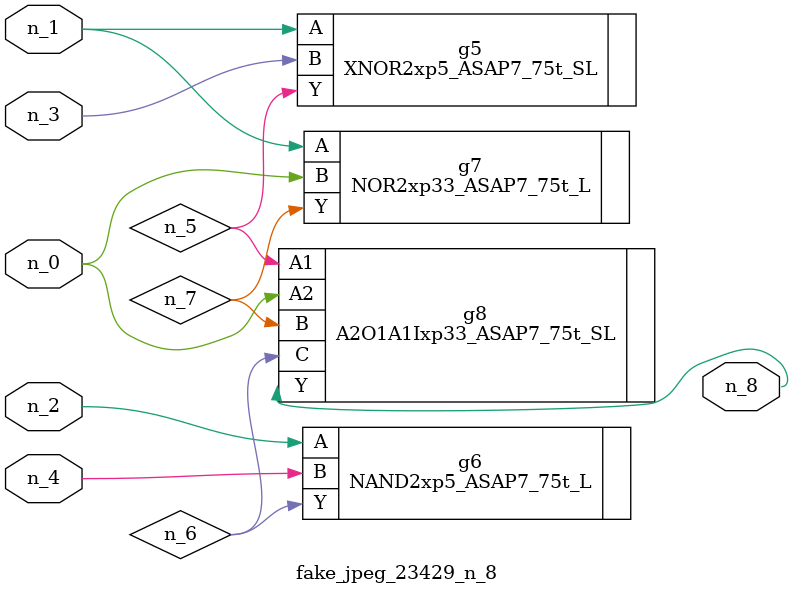
<source format=v>
module fake_jpeg_23429_n_8 (n_3, n_2, n_1, n_0, n_4, n_8);

input n_3;
input n_2;
input n_1;
input n_0;
input n_4;

output n_8;

wire n_6;
wire n_5;
wire n_7;

XNOR2xp5_ASAP7_75t_SL g5 ( 
.A(n_1),
.B(n_3),
.Y(n_5)
);

NAND2xp5_ASAP7_75t_L g6 ( 
.A(n_2),
.B(n_4),
.Y(n_6)
);

NOR2xp33_ASAP7_75t_L g7 ( 
.A(n_1),
.B(n_0),
.Y(n_7)
);

A2O1A1Ixp33_ASAP7_75t_SL g8 ( 
.A1(n_5),
.A2(n_0),
.B(n_7),
.C(n_6),
.Y(n_8)
);


endmodule
</source>
